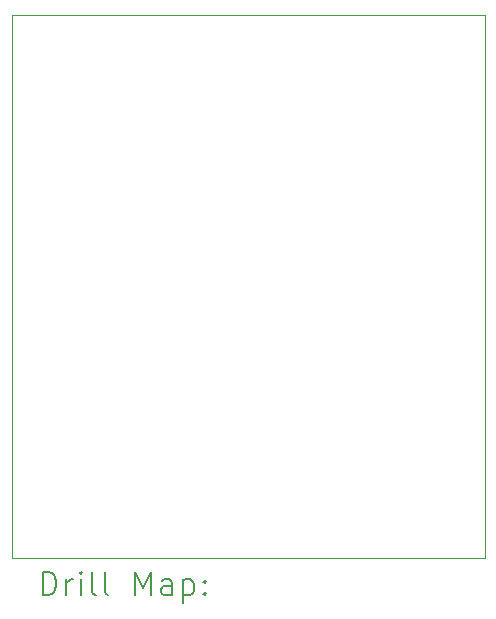
<source format=gbr>
%TF.GenerationSoftware,KiCad,Pcbnew,9.0.6*%
%TF.CreationDate,2025-12-31T22:25:01-08:00*%
%TF.ProjectId,SimpleFlightController,53696d70-6c65-4466-9c69-676874436f6e,rev?*%
%TF.SameCoordinates,Original*%
%TF.FileFunction,Drillmap*%
%TF.FilePolarity,Positive*%
%FSLAX45Y45*%
G04 Gerber Fmt 4.5, Leading zero omitted, Abs format (unit mm)*
G04 Created by KiCad (PCBNEW 9.0.6) date 2025-12-31 22:25:01*
%MOMM*%
%LPD*%
G01*
G04 APERTURE LIST*
%ADD10C,0.050000*%
%ADD11C,0.200000*%
G04 APERTURE END LIST*
D10*
X14235000Y-8797500D02*
X18235000Y-8797500D01*
X18235000Y-13397500D01*
X14235000Y-13397500D01*
X14235000Y-8797500D01*
D11*
X14493277Y-13711484D02*
X14493277Y-13511484D01*
X14493277Y-13511484D02*
X14540896Y-13511484D01*
X14540896Y-13511484D02*
X14569467Y-13521008D01*
X14569467Y-13521008D02*
X14588515Y-13540055D01*
X14588515Y-13540055D02*
X14598039Y-13559103D01*
X14598039Y-13559103D02*
X14607562Y-13597198D01*
X14607562Y-13597198D02*
X14607562Y-13625769D01*
X14607562Y-13625769D02*
X14598039Y-13663865D01*
X14598039Y-13663865D02*
X14588515Y-13682912D01*
X14588515Y-13682912D02*
X14569467Y-13701960D01*
X14569467Y-13701960D02*
X14540896Y-13711484D01*
X14540896Y-13711484D02*
X14493277Y-13711484D01*
X14693277Y-13711484D02*
X14693277Y-13578150D01*
X14693277Y-13616246D02*
X14702801Y-13597198D01*
X14702801Y-13597198D02*
X14712324Y-13587674D01*
X14712324Y-13587674D02*
X14731372Y-13578150D01*
X14731372Y-13578150D02*
X14750420Y-13578150D01*
X14817086Y-13711484D02*
X14817086Y-13578150D01*
X14817086Y-13511484D02*
X14807562Y-13521008D01*
X14807562Y-13521008D02*
X14817086Y-13530531D01*
X14817086Y-13530531D02*
X14826610Y-13521008D01*
X14826610Y-13521008D02*
X14817086Y-13511484D01*
X14817086Y-13511484D02*
X14817086Y-13530531D01*
X14940896Y-13711484D02*
X14921848Y-13701960D01*
X14921848Y-13701960D02*
X14912324Y-13682912D01*
X14912324Y-13682912D02*
X14912324Y-13511484D01*
X15045658Y-13711484D02*
X15026610Y-13701960D01*
X15026610Y-13701960D02*
X15017086Y-13682912D01*
X15017086Y-13682912D02*
X15017086Y-13511484D01*
X15274229Y-13711484D02*
X15274229Y-13511484D01*
X15274229Y-13511484D02*
X15340896Y-13654341D01*
X15340896Y-13654341D02*
X15407562Y-13511484D01*
X15407562Y-13511484D02*
X15407562Y-13711484D01*
X15588515Y-13711484D02*
X15588515Y-13606722D01*
X15588515Y-13606722D02*
X15578991Y-13587674D01*
X15578991Y-13587674D02*
X15559943Y-13578150D01*
X15559943Y-13578150D02*
X15521848Y-13578150D01*
X15521848Y-13578150D02*
X15502801Y-13587674D01*
X15588515Y-13701960D02*
X15569467Y-13711484D01*
X15569467Y-13711484D02*
X15521848Y-13711484D01*
X15521848Y-13711484D02*
X15502801Y-13701960D01*
X15502801Y-13701960D02*
X15493277Y-13682912D01*
X15493277Y-13682912D02*
X15493277Y-13663865D01*
X15493277Y-13663865D02*
X15502801Y-13644817D01*
X15502801Y-13644817D02*
X15521848Y-13635293D01*
X15521848Y-13635293D02*
X15569467Y-13635293D01*
X15569467Y-13635293D02*
X15588515Y-13625769D01*
X15683753Y-13578150D02*
X15683753Y-13778150D01*
X15683753Y-13587674D02*
X15702801Y-13578150D01*
X15702801Y-13578150D02*
X15740896Y-13578150D01*
X15740896Y-13578150D02*
X15759943Y-13587674D01*
X15759943Y-13587674D02*
X15769467Y-13597198D01*
X15769467Y-13597198D02*
X15778991Y-13616246D01*
X15778991Y-13616246D02*
X15778991Y-13673388D01*
X15778991Y-13673388D02*
X15769467Y-13692436D01*
X15769467Y-13692436D02*
X15759943Y-13701960D01*
X15759943Y-13701960D02*
X15740896Y-13711484D01*
X15740896Y-13711484D02*
X15702801Y-13711484D01*
X15702801Y-13711484D02*
X15683753Y-13701960D01*
X15864705Y-13692436D02*
X15874229Y-13701960D01*
X15874229Y-13701960D02*
X15864705Y-13711484D01*
X15864705Y-13711484D02*
X15855182Y-13701960D01*
X15855182Y-13701960D02*
X15864705Y-13692436D01*
X15864705Y-13692436D02*
X15864705Y-13711484D01*
X15864705Y-13587674D02*
X15874229Y-13597198D01*
X15874229Y-13597198D02*
X15864705Y-13606722D01*
X15864705Y-13606722D02*
X15855182Y-13597198D01*
X15855182Y-13597198D02*
X15864705Y-13587674D01*
X15864705Y-13587674D02*
X15864705Y-13606722D01*
M02*

</source>
